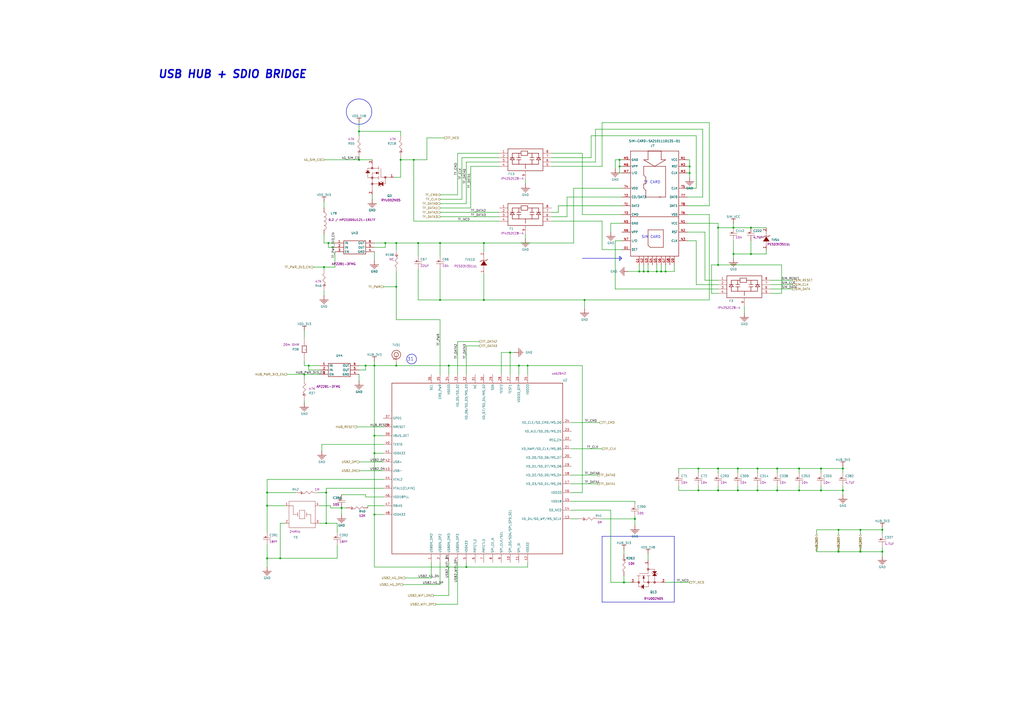
<source format=kicad_sch>
(kicad_sch (version 20231120) (generator "eeschema") (generator_version "8.0")
  (paper "A2")
  (title_block (title "Librem 5 Mainboard") (date "2024-03-21") (rev "v1.0.6") (company "Purism SPC") (comment 1 "GNU GPLv3+") (comment 2 "Copyright"))
  (junction (at 416.56 284.48))
  (junction (at 488.95 284.48))
  (junction (at 223.52 140.97))
  (junction (at 425.45 147.32))
  (junction (at 339.09 173.99))
  (junction (at 435.61 132.08))
  (junction (at 368.3 300.99))
  (junction (at 208.28 76.2))
  (junction (at 229.87 140.97))
  (junction (at 405.13 284.48))
  (junction (at 416.56 132.08))
  (junction (at 212.09 212.09))
  (junction (at 486.41 307.34))
  (junction (at 386.08 157.48))
  (junction (at 425.45 132.08))
  (junction (at 154.94 293.37))
  (junction (at 373.38 157.48))
  (junction (at 370.84 157.48))
  (junction (at 476.25 284.48))
  (junction (at 405.13 271.78))
  (junction (at 232.41 92.71))
  (junction (at 383.54 157.48))
  (junction (at 217.17 252.73))
  (junction (at 486.41 320.04))
  (junction (at 300.99 212.09))
  (junction (at 463.55 271.78))
  (junction (at 381 157.48))
  (junction (at 499.11 320.04))
  (junction (at 400.05 100.33))
  (junction (at 306.07 212.09))
  (junction (at 217.17 212.09))
  (junction (at 400.05 96.52))
  (junction (at 280.67 173.99))
  (junction (at 427.99 284.48))
  (junction (at 359.41 92.71))
  (junction (at 190.5 140.97))
  (junction (at 361.95 337.82))
  (junction (at 416.56 153.67))
  (junction (at 208.28 92.71))
  (junction (at 359.41 96.52))
  (junction (at 463.55 284.48))
  (junction (at 476.25 271.78))
  (junction (at 242.57 140.97))
  (junction (at 435.61 147.32))
  (junction (at 375.92 157.48))
  (junction (at 198.12 294.64))
  (junction (at 179.07 212.09))
  (junction (at 280.67 140.97))
  (junction (at 162.56 323.85))
  (junction (at 439.42 284.48))
  (junction (at 189.23 303.53))
  (junction (at 295.91 204.47))
  (junction (at 416.56 271.78))
  (junction (at 511.81 307.34))
  (junction (at 270.51 328.93))
  (junction (at 450.85 271.78))
  (junction (at 450.85 284.48))
  (junction (at 260.35 212.09))
  (junction (at 217.17 298.45))
  (junction (at 427.99 271.78))
  (junction (at 511.81 320.04))
  (junction (at 255.27 173.99))
  (junction (at 176.53 217.17))
  (junction (at 154.94 323.85))
  (junction (at 187.96 154.94))
  (junction (at 255.27 140.97))
  (junction (at 229.87 166.37))
  (junction (at 439.42 271.78))
  (junction (at 240.03 92.71))
  (junction (at 154.94 285.75))
  (junction (at 189.23 285.75))
  (junction (at 217.17 262.89))
  (junction (at 488.95 271.78))
  (junction (at 499.11 307.34))
  (junction (at 229.87 212.09))
  (wire (pts (xy 473.71 307.34) (xy 473.71 309.88)) (stroke (width 0.254)))
  (wire (pts (xy 398.78 129.54) (xy 416.56 129.54)) (stroke (width 0.254)))
  (wire (pts (xy 212.09 287.02) (xy 198.12 287.02)) (stroke (width 0.254)))
  (wire (pts (xy 154.94 323.85) (xy 162.56 323.85)) (stroke (width 0.254)))
  (wire (pts (xy 450.85 271.78) (xy 463.55 271.78)) (stroke (width 0.254)))
  (wire (pts (xy 255.27 113.03) (xy 265.43 113.03)) (stroke (width 0.254)))
  (wire (pts (xy 300.99 217.17) (xy 300.99 212.09)) (stroke (width 0.254)))
  (wire (pts (xy 289.56 123.19) (xy 255.27 123.19)) (stroke (width 0.254)))
  (wire (pts (xy 222.25 252.73) (xy 217.17 252.73)) (stroke (width 0.254)))
  (wire (pts (xy 232.41 91.44) (xy 232.41 92.71)) (stroke (width 0.254)))
  (wire (pts (xy 328.93 125.73) (xy 320.04 125.73)) (stroke (width 0.254)))
  (wire (pts (xy 425.45 147.32) (xy 425.45 139.7)) (stroke (width 0.254)))
  (wire (pts (xy 189.23 285.75) (xy 184.15 285.75)) (stroke (width 0.254)))
  (wire (pts (xy 463.55 271.78) (xy 476.25 271.78)) (stroke (width 0.254)))
  (wire (pts (xy 154.94 323.85) (xy 154.94 328.93)) (stroke (width 0.254)))
  (wire (pts (xy 194.31 154.94) (xy 187.96 154.94)) (stroke (width 0.254)))
  (wire (pts (xy 408.94 162.56) (xy 408.94 134.62)) (stroke (width 0.254)))
  (wire (pts (xy 400.05 96.52) (xy 400.05 100.33)) (stroke (width 0.254)))
  (wire (pts (xy 290.83 204.47) (xy 295.91 204.47)) (stroke (width 0.254)))
  (wire (pts (xy 222.25 262.89) (xy 217.17 262.89)) (stroke (width 0.254)))
  (wire (pts (xy 212.09 214.63) (xy 212.09 212.09)) (stroke (width 0.254)))
  (wire (pts (xy 260.35 212.09) (xy 229.87 212.09)) (stroke (width 0.254)))
  (wire (pts (xy 187.96 140.97) (xy 187.96 135.89)) (stroke (width 0.254)))
  (wire (pts (xy 162.56 323.85) (xy 162.56 303.53)) (stroke (width 0.254)))
  (wire (pts (xy 427.99 271.78) (xy 439.42 271.78)) (stroke (width 0.254)))
  (wire (pts (xy 185.42 303.53) (xy 189.23 303.53)) (stroke (width 0.254)))
  (wire (pts (xy 242.57 173.99) (xy 255.27 173.99)) (stroke (width 0.254)))
  (wire (pts (xy 265.43 88.9) (xy 289.56 88.9)) (stroke (width 0.254)))
  (wire (pts (xy 444.5 132.08) (xy 435.61 132.08)) (stroke (width 0.254)))
  (wire (pts (xy 476.25 271.78) (xy 488.95 271.78)) (stroke (width 0.254)))
  (polyline (pts (xy 337.82 149.86) (xy 360.68 149.86)) (stroke (width 0.254) (type solid)))
  (wire (pts (xy 453.39 153.67) (xy 416.56 153.67)) (stroke (width 0.254)))
  (wire (pts (xy 217.17 252.73) (xy 217.17 212.09)) (stroke (width 0.254)))
  (wire (pts (xy 229.87 140.97) (xy 223.52 140.97)) (stroke (width 0.254)))
  (wire (pts (xy 181.61 154.94) (xy 187.96 154.94)) (stroke (width 0.254)))
  (wire (pts (xy 179.07 212.09) (xy 176.53 212.09)) (stroke (width 0.254)))
  (wire (pts (xy 453.39 170.18) (xy 453.39 153.67)) (stroke (width 0.254)))
  (wire (pts (xy 393.7 274.32) (xy 393.7 271.78)) (stroke (width 0.254)))
  (wire (pts (xy 486.41 309.88) (xy 486.41 307.34)) (stroke (width 0.254)))
  (wire (pts (xy 270.51 200.66) (xy 278.13 200.66)) (stroke (width 0.254)))
  (wire (pts (xy 267.97 115.57) (xy 267.97 91.44)) (stroke (width 0.254)))
  (wire (pts (xy 247.65 92.71) (xy 247.65 80.01)) (stroke (width 0.254)))
  (wire (pts (xy 166.37 217.17) (xy 176.53 217.17)) (stroke (width 0.254)))
  (wire (pts (xy 476.25 281.94) (xy 476.25 284.48)) (stroke (width 0.254)))
  (wire (pts (xy 323.85 119.38) (xy 323.85 123.19)) (stroke (width 0.254)))
  (polyline (pts (xy 359.41 151.13) (xy 360.68 149.86)) (stroke (width 0.254) (type solid)))
  (wire (pts (xy 400.05 92.71) (xy 400.05 96.52)) (stroke (width 0.254)))
  (wire (pts (xy 383.54 157.48) (xy 386.08 157.48)) (stroke (width 0.254)))
  (wire (pts (xy 375.92 325.12) (xy 375.92 321.31)) (stroke (width 0.254)))
  (wire (pts (xy 217.17 262.89) (xy 217.17 252.73)) (stroke (width 0.254)))
  (wire (pts (xy 295.91 217.17) (xy 295.91 204.47)) (stroke (width 0.254)))
  (polyline (pts (xy 391.16 349.25) (xy 391.16 311.15)) (stroke (width 0.254) (type solid)))
  (wire (pts (xy 463.55 274.32) (xy 463.55 271.78)) (stroke (width 0.254)))
  (wire (pts (xy 370.84 153.67) (xy 370.84 157.48)) (stroke (width 0.254)))
  (wire (pts (xy 435.61 147.32) (xy 425.45 147.32)) (stroke (width 0.254)))
  (wire (pts (xy 255.27 173.99) (xy 280.67 173.99)) (stroke (width 0.254)))
  (wire (pts (xy 427.99 274.32) (xy 427.99 271.78)) (stroke (width 0.254)))
  (wire (pts (xy 412.75 170.18) (xy 416.56 170.18)) (stroke (width 0.254)))
  (wire (pts (xy 398.78 109.22) (xy 403.86 109.22)) (stroke (width 0.254)))
  (wire (pts (xy 345.44 93.98) (xy 320.04 93.98)) (stroke (width 0.254)))
  (wire (pts (xy 347.98 300.99) (xy 368.3 300.99)) (stroke (width 0.254)))
  (wire (pts (xy 222.25 247.65) (xy 207.01 247.65)) (stroke (width 0.254)))
  (wire (pts (xy 360.68 144.78) (xy 349.25 144.78)) (stroke (width 0.254)))
  (wire (pts (xy 354.33 129.54) (xy 354.33 134.62)) (stroke (width 0.254)))
  (wire (pts (xy 195.58 316.23) (xy 195.58 323.85)) (stroke (width 0.254)))
  (wire (pts (xy 416.56 153.67) (xy 416.56 132.08)) (stroke (width 0.254)))
  (wire (pts (xy 189.23 283.21) (xy 189.23 285.75)) (stroke (width 0.254)))
  (wire (pts (xy 331.47 285.75) (xy 337.82 285.75)) (stroke (width 0.254)))
  (wire (pts (xy 255.27 185.42) (xy 229.87 185.42)) (stroke (width 0.254)))
  (wire (pts (xy 185.42 293.37) (xy 191.77 293.37)) (stroke (width 0.254)))
  (wire (pts (xy 331.47 245.11) (xy 347.98 245.11)) (stroke (width 0.254)))
  (wire (pts (xy 511.81 320.04) (xy 511.81 317.5)) (stroke (width 0.254)))
  (wire (pts (xy 335.28 300.99) (xy 331.47 300.99)) (stroke (width 0.254)))
  (wire (pts (xy 332.74 109.22) (xy 332.74 140.97)) (stroke (width 0.254)))
  (wire (pts (xy 255.27 173.99) (xy 255.27 156.21)) (stroke (width 0.254)))
  (wire (pts (xy 328.93 114.3) (xy 328.93 125.73)) (stroke (width 0.254)))
  (wire (pts (xy 425.45 149.86) (xy 425.45 147.32)) (stroke (width 0.254)))
  (wire (pts (xy 368.3 299.72) (xy 368.3 300.99)) (stroke (width 0.254)))
  (polyline (pts (xy 360.68 149.86) (xy 359.41 148.59)) (stroke (width 0.254) (type solid)))
  (wire (pts (xy 398.78 124.46) (xy 411.48 124.46)) (stroke (width 0.254)))
  (wire (pts (xy 400.05 100.33) (xy 398.78 100.33)) (stroke (width 0.254)))
  (wire (pts (xy 222.25 257.81) (xy 186.69 257.81)) (stroke (width 0.254)))
  (wire (pts (xy 511.81 307.34) (xy 511.81 306.07)) (stroke (width 0.254)))
  (wire (pts (xy 154.94 316.23) (xy 154.94 323.85)) (stroke (width 0.254)))
  (wire (pts (xy 400.05 100.33) (xy 400.05 102.87)) (stroke (width 0.254)))
  (wire (pts (xy 194.31 146.05) (xy 194.31 154.94)) (stroke (width 0.254)))
  (wire (pts (xy 332.74 140.97) (xy 280.67 140.97)) (stroke (width 0.254)))
  (wire (pts (xy 381 157.48) (xy 383.54 157.48)) (stroke (width 0.254)))
  (wire (pts (xy 304.8 106.68) (xy 304.8 104.14)) (stroke (width 0.254)))
  (wire (pts (xy 295.91 204.47) (xy 298.45 204.47)) (stroke (width 0.254)))
  (wire (pts (xy 331.47 295.91) (xy 354.33 295.91)) (stroke (width 0.254)))
  (wire (pts (xy 359.41 100.33) (xy 360.68 100.33)) (stroke (width 0.254)))
  (wire (pts (xy 416.56 162.56) (xy 408.94 162.56)) (stroke (width 0.254)))
  (wire (pts (xy 198.12 294.64) (xy 200.66 294.64)) (stroke (width 0.254)))
  (wire (pts (xy 208.28 92.71) (xy 208.28 91.44)) (stroke (width 0.254)))
  (wire (pts (xy 306.07 328.93) (xy 270.51 328.93)) (stroke (width 0.254)))
  (wire (pts (xy 486.41 307.34) (xy 473.71 307.34)) (stroke (width 0.254)))
  (wire (pts (xy 488.95 284.48) (xy 488.95 281.94)) (stroke (width 0.254)))
  (wire (pts (xy 306.07 212.09) (xy 300.99 212.09)) (stroke (width 0.254)))
  (wire (pts (xy 232.41 92.71) (xy 232.41 102.87)) (stroke (width 0.254)))
  (wire (pts (xy 368.3 290.83) (xy 331.47 290.83)) (stroke (width 0.254)))
  (wire (pts (xy 306.07 217.17) (xy 306.07 212.09)) (stroke (width 0.254)))
  (wire (pts (xy 242.57 140.97) (xy 242.57 148.59)) (stroke (width 0.254)))
  (wire (pts (xy 444.5 147.32) (xy 444.5 144.78)) (stroke (width 0.254)))
  (wire (pts (xy 450.85 284.48) (xy 463.55 284.48)) (stroke (width 0.254)))
  (polyline (pts (xy 349.25 311.15) (xy 349.25 349.25)) (stroke (width 0.254) (type solid)))
  (wire (pts (xy 255.27 140.97) (xy 255.27 148.59)) (stroke (width 0.254)))
  (wire (pts (xy 447.04 162.56) (xy 459.74 162.56)) (stroke (width 0.254)))
  (wire (pts (xy 349.25 71.12) (xy 349.25 96.52)) (stroke (width 0.254)))
  (wire (pts (xy 360.68 114.3) (xy 328.93 114.3)) (stroke (width 0.254)))
  (wire (pts (xy 255.27 217.17) (xy 255.27 185.42)) (stroke (width 0.254)))
  (wire (pts (xy 359.41 92.71) (xy 359.41 96.52)) (stroke (width 0.254)))
  (wire (pts (xy 265.43 350.52) (xy 252.73 350.52)) (stroke (width 0.254)))
  (wire (pts (xy 463.55 281.94) (xy 463.55 284.48)) (stroke (width 0.254)))
  (wire (pts (xy 370.84 157.48) (xy 364.49 157.48)) (stroke (width 0.254)))
  (wire (pts (xy 405.13 284.48) (xy 405.13 281.94)) (stroke (width 0.254)))
  (wire (pts (xy 403.86 109.22) (xy 403.86 78.74)) (stroke (width 0.254)))
  (wire (pts (xy 473.71 320.04) (xy 486.41 320.04)) (stroke (width 0.254)))
  (wire (pts (xy 223.52 143.51) (xy 223.52 140.97)) (stroke (width 0.254)))
  (wire (pts (xy 229.87 144.78) (xy 229.87 140.97)) (stroke (width 0.254)))
  (wire (pts (xy 247.65 80.01) (xy 257.81 80.01)) (stroke (width 0.254)))
  (wire (pts (xy 349.25 144.78) (xy 349.25 128.27)) (stroke (width 0.254)))
  (wire (pts (xy 187.96 154.94) (xy 187.96 156.21)) (stroke (width 0.254)))
  (wire (pts (xy 337.82 124.46) (xy 337.82 88.9)) (stroke (width 0.254)))
  (wire (pts (xy 486.41 317.5) (xy 486.41 320.04)) (stroke (width 0.254)))
  (wire (pts (xy 240.03 128.27) (xy 240.03 92.71)) (stroke (width 0.254)))
  (wire (pts (xy 368.3 292.1) (xy 368.3 290.83)) (stroke (width 0.254)))
  (wire (pts (xy 232.41 78.74) (xy 232.41 76.2)) (stroke (width 0.254)))
  (wire (pts (xy 331.47 275.59) (xy 346.71 275.59)) (stroke (width 0.254)))
  (wire (pts (xy 267.97 91.44) (xy 289.56 91.44)) (stroke (width 0.254)))
  (wire (pts (xy 476.25 274.32) (xy 476.25 271.78)) (stroke (width 0.254)))
  (wire (pts (xy 222.25 267.97) (xy 208.28 267.97)) (stroke (width 0.254)))
  (wire (pts (xy 488.95 271.78) (xy 488.95 274.32)) (stroke (width 0.254)))
  (wire (pts (xy 191.77 293.37) (xy 191.77 294.64)) (stroke (width 0.254)))
  (wire (pts (xy 190.5 143.51) (xy 190.5 140.97)) (stroke (width 0.254)))
  (wire (pts (xy 229.87 157.48) (xy 229.87 166.37)) (stroke (width 0.254)))
  (wire (pts (xy 154.94 278.13) (xy 154.94 285.75)) (stroke (width 0.254)))
  (wire (pts (xy 375.92 153.67) (xy 375.92 157.48)) (stroke (width 0.254)))
  (wire (pts (xy 187.96 168.91) (xy 187.96 171.45)) (stroke (width 0.254)))
  (wire (pts (xy 208.28 78.74) (xy 208.28 76.2)) (stroke (width 0.254)))
  (wire (pts (xy 260.35 345.44) (xy 251.46 345.44)) (stroke (width 0.254)))
  (wire (pts (xy 337.82 212.09) (xy 306.07 212.09)) (stroke (width 0.254)))
  (polyline (pts (xy 349.25 349.25) (xy 391.16 349.25)) (stroke (width 0.254) (type solid)))
  (wire (pts (xy 447.04 165.1) (xy 459.74 165.1)) (stroke (width 0.254)))
  (wire (pts (xy 270.51 217.17) (xy 270.51 200.66)) (stroke (width 0.254)))
  (wire (pts (xy 240.03 92.71) (xy 247.65 92.71)) (stroke (width 0.254)))
  (wire (pts (xy 242.57 156.21) (xy 242.57 173.99)) (stroke (width 0.254)))
  (wire (pts (xy 217.17 212.09) (xy 217.17 209.55)) (stroke (width 0.254)))
  (wire (pts (xy 240.03 92.71) (xy 232.41 92.71)) (stroke (width 0.254)))
  (wire (pts (xy 337.82 88.9) (xy 320.04 88.9)) (stroke (width 0.254)))
  (wire (pts (xy 499.11 317.5) (xy 499.11 320.04)) (stroke (width 0.254)))
  (wire (pts (xy 208.28 214.63) (xy 212.09 214.63)) (stroke (width 0.254)))
  (wire (pts (xy 337.82 285.75) (xy 337.82 212.09)) (stroke (width 0.254)))
  (wire (pts (xy 304.8 135.89) (xy 304.8 138.43)) (stroke (width 0.254)))
  (wire (pts (xy 391.16 157.48) (xy 386.08 157.48)) (stroke (width 0.254)))
  (wire (pts (xy 260.35 217.17) (xy 260.35 212.09)) (stroke (width 0.254)))
  (wire (pts (xy 265.43 217.17) (xy 265.43 198.12)) (stroke (width 0.254)))
  (wire (pts (xy 407.67 114.3) (xy 407.67 74.93)) (stroke (width 0.254)))
  (wire (pts (xy 290.83 217.17) (xy 290.83 204.47)) (stroke (width 0.254)))
  (wire (pts (xy 222.25 273.05) (xy 208.28 273.05)) (stroke (width 0.254)))
  (wire (pts (xy 270.51 118.11) (xy 270.51 93.98)) (stroke (width 0.254)))
  (wire (pts (xy 289.56 96.52) (xy 273.05 96.52)) (stroke (width 0.254)))
  (wire (pts (xy 270.51 326.39) (xy 270.51 328.93)) (stroke (width 0.254)))
  (wire (pts (xy 450.85 281.94) (xy 450.85 284.48)) (stroke (width 0.254)))
  (wire (pts (xy 416.56 284.48) (xy 405.13 284.48)) (stroke (width 0.254)))
  (wire (pts (xy 185.42 212.09) (xy 179.07 212.09)) (stroke (width 0.254)))
  (wire (pts (xy 405.13 274.32) (xy 405.13 271.78)) (stroke (width 0.254)))
  (wire (pts (xy 431.8 177.8) (xy 431.8 181.61)) (stroke (width 0.254)))
  (wire (pts (xy 360.68 109.22) (xy 332.74 109.22)) (stroke (width 0.254)))
  (wire (pts (xy 255.27 339.09) (xy 233.68 339.09)) (stroke (width 0.254)))
  (wire (pts (xy 162.56 303.53) (xy 165.1 303.53)) (stroke (width 0.254)))
  (wire (pts (xy 360.68 129.54) (xy 354.33 129.54)) (stroke (width 0.254)))
  (wire (pts (xy 222.25 293.37) (xy 213.36 293.37)) (stroke (width 0.254)))
  (wire (pts (xy 403.86 139.7) (xy 398.78 139.7)) (stroke (width 0.254)))
  (wire (pts (xy 393.7 271.78) (xy 405.13 271.78)) (stroke (width 0.254)))
  (wire (pts (xy 499.11 309.88) (xy 499.11 307.34)) (stroke (width 0.254)))
  (wire (pts (xy 416.56 281.94) (xy 416.56 284.48)) (stroke (width 0.254)))
  (wire (pts (xy 217.17 328.93) (xy 217.17 298.45)) (stroke (width 0.254)))
  (wire (pts (xy 354.33 295.91) (xy 354.33 337.82)) (stroke (width 0.254)))
  (wire (pts (xy 447.04 170.18) (xy 453.39 170.18)) (stroke (width 0.254)))
  (wire (pts (xy 398.78 119.38) (xy 411.48 119.38)) (stroke (width 0.254)))
  (wire (pts (xy 195.58 303.53) (xy 195.58 308.61)) (stroke (width 0.254)))
  (wire (pts (xy 223.52 140.97) (xy 217.17 140.97)) (stroke (width 0.254)))
  (wire (pts (xy 359.41 96.52) (xy 359.41 100.33)) (stroke (width 0.254)))
  (wire (pts (xy 265.43 198.12) (xy 278.13 198.12)) (stroke (width 0.254)))
  (wire (pts (xy 435.61 147.32) (xy 444.5 147.32)) (stroke (width 0.254)))
  (wire (pts (xy 212.09 288.29) (xy 212.09 287.02)) (stroke (width 0.254)))
  (wire (pts (xy 250.19 326.39) (xy 250.19 335.28)) (stroke (width 0.254)))
  (wire (pts (xy 191.77 294.64) (xy 198.12 294.64)) (stroke (width 0.254)))
  (wire (pts (xy 361.95 334.01) (xy 361.95 337.82)) (stroke (width 0.254)))
  (wire (pts (xy 381 157.48) (xy 381 153.67)) (stroke (width 0.254)))
  (wire (pts (xy 280.67 173.99) (xy 339.09 173.99)) (stroke (width 0.254)))
  (wire (pts (xy 176.53 232.41) (xy 176.53 233.68)) (stroke (width 0.254)))
  (wire (pts (xy 186.69 257.81) (xy 186.69 261.62)) (stroke (width 0.254)))
  (wire (pts (xy 393.7 281.94) (xy 393.7 284.48)) (stroke (width 0.254)))
  (wire (pts (xy 349.25 128.27) (xy 320.04 128.27)) (stroke (width 0.254)))
  (wire (pts (xy 391.16 153.67) (xy 391.16 157.48)) (stroke (width 0.254)))
  (wire (pts (xy 306.07 326.39) (xy 306.07 328.93)) (stroke (width 0.254)))
  (wire (pts (xy 360.68 119.38) (xy 323.85 119.38)) (stroke (width 0.254)))
  (wire (pts (xy 473.71 317.5) (xy 473.71 320.04)) (stroke (width 0.254)))
  (wire (pts (xy 198.12 298.45) (xy 198.12 294.64)) (stroke (width 0.254)))
  (wire (pts (xy 232.41 102.87) (xy 228.6 102.87)) (stroke (width 0.254)))
  (wire (pts (xy 386.08 153.67) (xy 386.08 157.48)) (stroke (width 0.254)))
  (wire (pts (xy 373.38 153.67) (xy 373.38 157.48)) (stroke (width 0.254)))
  (wire (pts (xy 229.87 185.42) (xy 229.87 166.37)) (stroke (width 0.254)))
  (polyline (pts (xy 391.16 311.15) (xy 349.25 311.15)) (stroke (width 0.254) (type solid)))
  (wire (pts (xy 342.9 78.74) (xy 342.9 91.44)) (stroke (width 0.254)))
  (wire (pts (xy 486.41 307.34) (xy 499.11 307.34)) (stroke (width 0.254)))
  (wire (pts (xy 195.58 323.85) (xy 162.56 323.85)) (stroke (width 0.254)))
  (wire (pts (xy 342.9 91.44) (xy 320.04 91.44)) (stroke (width 0.254)))
  (wire (pts (xy 289.56 125.73) (xy 255.27 125.73)) (stroke (width 0.254)))
  (wire (pts (xy 450.85 274.32) (xy 450.85 271.78)) (stroke (width 0.254)))
  (wire (pts (xy 154.94 285.75) (xy 154.94 293.37)) (stroke (width 0.254)))
  (wire (pts (xy 403.86 78.74) (xy 342.9 78.74)) (stroke (width 0.254)))
  (wire (pts (xy 360.68 124.46) (xy 337.82 124.46)) (stroke (width 0.254)))
  (wire (pts (xy 260.35 326.39) (xy 260.35 345.44)) (stroke (width 0.254)))
  (wire (pts (xy 270.51 93.98) (xy 289.56 93.98)) (stroke (width 0.254)))
  (wire (pts (xy 408.94 134.62) (xy 398.78 134.62)) (stroke (width 0.254)))
  (wire (pts (xy 488.95 271.78) (xy 488.95 270.51)) (stroke (width 0.254)))
  (wire (pts (xy 411.48 71.12) (xy 349.25 71.12)) (stroke (width 0.254)))
  (wire (pts (xy 511.81 307.34) (xy 511.81 309.88)) (stroke (width 0.254)))
  (wire (pts (xy 208.28 212.09) (xy 212.09 212.09)) (stroke (width 0.254)))
  (wire (pts (xy 339.09 173.99) (xy 339.09 179.07)) (stroke (width 0.254)))
  (wire (pts (xy 189.23 285.75) (xy 189.23 303.53)) (stroke (width 0.254)))
  (wire (pts (xy 416.56 284.48) (xy 427.99 284.48)) (stroke (width 0.254)))
  (wire (pts (xy 425.45 132.08) (xy 425.45 129.54)) (stroke (width 0.254)))
  (wire (pts (xy 190.5 140.97) (xy 194.31 140.97)) (stroke (width 0.254)))
  (wire (pts (xy 476.25 284.48) (xy 488.95 284.48)) (stroke (width 0.254)))
  (wire (pts (xy 416.56 167.64) (xy 356.87 167.64)) (stroke (width 0.254)))
  (wire (pts (xy 217.17 298.45) (xy 217.17 262.89)) (stroke (width 0.254)))
  (wire (pts (xy 179.07 214.63) (xy 179.07 212.09)) (stroke (width 0.254)))
  (wire (pts (xy 381 157.48) (xy 375.92 157.48)) (stroke (width 0.254)))
  (wire (pts (xy 398.78 114.3) (xy 407.67 114.3)) (stroke (width 0.254)))
  (wire (pts (xy 345.44 74.93) (xy 345.44 93.98)) (stroke (width 0.254)))
  (wire (pts (xy 411.48 124.46) (xy 411.48 173.99)) (stroke (width 0.254)))
  (wire (pts (xy 212.09 212.09) (xy 217.17 212.09)) (stroke (width 0.254)))
  (wire (pts (xy 439.42 284.48) (xy 450.85 284.48)) (stroke (width 0.254)))
  (wire (pts (xy 300.99 212.09) (xy 260.35 212.09)) (stroke (width 0.254)))
  (wire (pts (xy 383.54 153.67) (xy 383.54 157.48)) (stroke (width 0.254)))
  (wire (pts (xy 229.87 210.82) (xy 229.87 212.09)) (stroke (width 0.254)))
  (wire (pts (xy 499.11 320.04) (xy 511.81 320.04)) (stroke (width 0.254)))
  (wire (pts (xy 208.28 76.2) (xy 208.28 71.12)) (stroke (width 0.254)))
  (wire (pts (xy 189.23 303.53) (xy 195.58 303.53)) (stroke (width 0.254)))
  (wire (pts (xy 255.27 326.39) (xy 255.27 339.09)) (stroke (width 0.254)))
  (wire (pts (xy 255.27 118.11) (xy 270.51 118.11)) (stroke (width 0.254)))
  (wire (pts (xy 373.38 157.48) (xy 375.92 157.48)) (stroke (width 0.254)))
  (wire (pts (xy 255.27 140.97) (xy 280.67 140.97)) (stroke (width 0.254)))
  (wire (pts (xy 403.86 165.1) (xy 403.86 139.7)) (stroke (width 0.254)))
  (wire (pts (xy 154.94 293.37) (xy 154.94 308.61)) (stroke (width 0.254)))
  (wire (pts (xy 176.53 212.09) (xy 176.53 209.55)) (stroke (width 0.254)))
  (wire (pts (xy 411.48 119.38) (xy 411.48 71.12)) (stroke (width 0.254)))
  (wire (pts (xy 486.41 320.04) (xy 499.11 320.04)) (stroke (width 0.254)))
  (wire (pts (xy 439.42 274.32) (xy 439.42 271.78)) (stroke (width 0.254)))
  (wire (pts (xy 194.31 143.51) (xy 190.5 143.51)) (stroke (width 0.254)))
  (wire (pts (xy 349.25 96.52) (xy 320.04 96.52)) (stroke (width 0.254)))
  (wire (pts (xy 416.56 274.32) (xy 416.56 271.78)) (stroke (width 0.254)))
  (wire (pts (xy 398.78 92.71) (xy 400.05 92.71)) (stroke (width 0.254)))
  (wire (pts (xy 416.56 129.54) (xy 416.56 132.08)) (stroke (width 0.254)))
  (wire (pts (xy 411.48 173.99) (xy 339.09 173.99)) (stroke (width 0.254)))
  (wire (pts (xy 176.53 195.58) (xy 176.53 191.77)) (stroke (width 0.254)))
  (wire (pts (xy 273.05 96.52) (xy 273.05 120.65)) (stroke (width 0.254)))
  (wire (pts (xy 405.13 271.78) (xy 416.56 271.78)) (stroke (width 0.254)))
  (wire (pts (xy 361.95 337.82) (xy 365.76 337.82)) (stroke (width 0.254)))
  (wire (pts (xy 416.56 153.67) (xy 412.75 153.67)) (stroke (width 0.254)))
  (wire (pts (xy 416.56 271.78) (xy 427.99 271.78)) (stroke (width 0.254)))
  (wire (pts (xy 270.51 328.93) (xy 217.17 328.93)) (stroke (width 0.254)))
  (wire (pts (xy 463.55 284.48) (xy 476.25 284.48)) (stroke (width 0.254)))
  (wire (pts (xy 331.47 260.35) (xy 349.25 260.35)) (stroke (width 0.254)))
  (wire (pts (xy 356.87 139.7) (xy 360.68 139.7)) (stroke (width 0.254)))
  (wire (pts (xy 407.67 74.93) (xy 345.44 74.93)) (stroke (width 0.254)))
  (wire (pts (xy 360.68 92.71) (xy 359.41 92.71)) (stroke (width 0.254)))
  (wire (pts (xy 361.95 321.31) (xy 361.95 318.77)) (stroke (width 0.254)))
  (wire (pts (xy 255.27 115.57) (xy 267.97 115.57)) (stroke (width 0.254)))
  (wire (pts (xy 435.61 132.08) (xy 425.45 132.08)) (stroke (width 0.254)))
  (wire (pts (xy 393.7 284.48) (xy 405.13 284.48)) (stroke (width 0.254)))
  (wire (pts (xy 208.28 217.17) (xy 208.28 220.98)) (stroke (width 0.254)))
  (wire (pts (xy 250.19 335.28) (xy 234.95 335.28)) (stroke (width 0.254)))
  (wire (pts (xy 217.17 143.51) (xy 223.52 143.51)) (stroke (width 0.254)))
  (wire (pts (xy 439.42 281.94) (xy 439.42 284.48)) (stroke (width 0.254)))
  (wire (pts (xy 368.3 300.99) (xy 368.3 304.8)) (stroke (width 0.254)))
  (wire (pts (xy 229.87 140.97) (xy 242.57 140.97)) (stroke (width 0.254)))
  (wire (pts (xy 273.05 120.65) (xy 255.27 120.65)) (stroke (width 0.254)))
  (wire (pts (xy 488.95 284.48) (xy 488.95 287.02)) (stroke (width 0.254)))
  (wire (pts (xy 185.42 214.63) (xy 179.07 214.63)) (stroke (width 0.254)))
  (wire (pts (xy 232.41 76.2) (xy 208.28 76.2)) (stroke (width 0.254)))
  (wire (pts (xy 222.25 283.21) (xy 189.23 283.21)) (stroke (width 0.254)))
  (wire (pts (xy 215.9 92.71) (xy 208.28 92.71)) (stroke (width 0.254)))
  (wire (pts (xy 229.87 212.09) (xy 217.17 212.09)) (stroke (width 0.254)))
  (wire (pts (xy 215.9 113.03) (xy 215.9 115.57)) (stroke (width 0.254)))
  (wire (pts (xy 217.17 146.05) (xy 217.17 151.13)) (stroke (width 0.254)))
  (wire (pts (xy 165.1 293.37) (xy 154.94 293.37)) (stroke (width 0.254)))
  (wire (pts (xy 255.27 140.97) (xy 242.57 140.97)) (stroke (width 0.254)))
  (wire (pts (xy 213.36 293.37) (xy 213.36 294.64)) (stroke (width 0.254)))
  (wire (pts (xy 435.61 139.7) (xy 435.61 147.32)) (stroke (width 0.254)))
  (wire (pts (xy 412.75 153.67) (xy 412.75 170.18)) (stroke (width 0.254)))
  (wire (pts (xy 187.96 116.84) (xy 187.96 120.65)) (stroke (width 0.254)))
  (wire (pts (xy 416.56 165.1) (xy 403.86 165.1)) (stroke (width 0.254)))
  (wire (pts (xy 280.67 146.05) (xy 280.67 140.97)) (stroke (width 0.254)))
  (wire (pts (xy 190.5 140.97) (xy 187.96 140.97)) (stroke (width 0.254)))
  (wire (pts (xy 280.67 173.99) (xy 280.67 158.75)) (stroke (width 0.254)))
  (wire (pts (xy 427.99 281.94) (xy 427.99 284.48)) (stroke (width 0.254)))
  (wire (pts (xy 359.41 92.71) (xy 356.87 92.71)) (stroke (width 0.254)))
  (wire (pts (xy 222.25 298.45) (xy 217.17 298.45)) (stroke (width 0.254)))
  (wire (pts (xy 416.56 132.08) (xy 425.45 132.08)) (stroke (width 0.254)))
  (wire (pts (xy 222.25 278.13) (xy 154.94 278.13)) (stroke (width 0.254)))
  (polyline (pts (xy 359.41 148.59) (xy 359.41 151.13)) (stroke (width 0.254) (type solid)))
  (wire (pts (xy 359.41 96.52) (xy 360.68 96.52)) (stroke (width 0.254)))
  (wire (pts (xy 229.87 166.37) (xy 222.25 166.37)) (stroke (width 0.254)))
  (wire (pts (xy 171.45 285.75) (xy 154.94 285.75)) (stroke (width 0.254)))
  (wire (pts (xy 447.04 167.64) (xy 459.74 167.64)) (stroke (width 0.254)))
  (wire (pts (xy 185.42 217.17) (xy 176.53 217.17)) (stroke (width 0.254)))
  (wire (pts (xy 499.11 307.34) (xy 511.81 307.34)) (stroke (width 0.254)))
  (wire (pts (xy 331.47 280.67) (xy 346.71 280.67)) (stroke (width 0.254)))
  (wire (pts (xy 370.84 157.48) (xy 373.38 157.48)) (stroke (width 0.254)))
  (wire (pts (xy 427.99 284.48) (xy 439.42 284.48)) (stroke (width 0.254)))
  (wire (pts (xy 511.81 320.04) (xy 511.81 322.58)) (stroke (width 0.254)))
  (wire (pts (xy 222.25 288.29) (xy 212.09 288.29)) (stroke (width 0.254)))
  (wire (pts (xy 323.85 123.19) (xy 320.04 123.19)) (stroke (width 0.254)))
  (wire (pts (xy 400.05 337.82) (xy 386.08 337.82)) (stroke (width 0.254)))
  (wire (pts (xy 356.87 92.71) (xy 356.87 97.79)) (stroke (width 0.254)))
  (wire (pts (xy 398.78 96.52) (xy 400.05 96.52)) (stroke (width 0.254)))
  (wire (pts (xy 208.28 92.71) (xy 187.96 92.71)) (stroke (width 0.254)))
  (wire (pts (xy 176.53 217.17) (xy 176.53 219.71)) (stroke (width 0.254)))
  (wire (pts (xy 265.43 326.39) (xy 265.43 350.52)) (stroke (width 0.254)))
  (wire (pts (xy 439.42 271.78) (xy 450.85 271.78)) (stroke (width 0.254)))
  (wire (pts (xy 354.33 337.82) (xy 361.95 337.82)) (stroke (width 0.254)))
  (wire (pts (xy 289.56 128.27) (xy 240.03 128.27)) (stroke (width 0.254)))
  (wire (pts (xy 265.43 113.03) (xy 265.43 88.9)) (stroke (width 0.254)))
  (wire (pts (xy 356.87 167.64) (xy 356.87 139.7)) (stroke (width 0.254)))
  (circle (center 208.28 64.77) (radius 7.391) (stroke (width 0.254)))
  (circle (center 238.76 208.28) (radius 2.845) (stroke (width 0.254)))
  (text "TF CARD" (at 373.38 106.68 0) (effects (font (size 1.524 1.524)) (justify left bottom)))
  (text "31" (at 236.22 209.55 0) (effects (font (size 1.905 1.905)) (justify left bottom)))
  (text "USB HUB + SDIO BRIDGE" (at 91.44 45.72 0) (effects (font (size 4.445 4.445) (bold yes) (italic yes)) (justify left bottom)))
  (text "SIM CARD" (at 372.11 138.43 0) (effects (font (size 1.524 1.524)) (justify left bottom)))
  (label "USB2_DP" (at 214.63 267.97 0))
  (label "USB2_DN" (at 214.63 273.05 0))
  (label "TF_DATA0" (at 270.51 106.68 90))
  (label "USB2_4G_DN" (at 242.57 335.28 0))
  (label "TF_DATA1" (at 339.09 280.67 0))
  (label "TF_DATA3" (at 270.51 208.28 90))
  (label "USB2_WIFI_DN" (at 260.35 335.28 90))
  (label "SIM_CLK" (at 453.39 165.1 0))
  (label "TF_DATA3" (at 273.05 125.73 0))
  (label "TF_DATA0" (at 339.09 275.59 0))
  (label "USB2_4G_DP" (at 245.11 339.09 0))
  (label "SIM_RESET" (at 453.39 162.56 0))
  (label "TF_CLK" (at 267.97 104.14 90))
  (label "SIM_DATA" (at 453.39 167.64 0))
  (label "TF_CMD" (at 265.43 101.6 90))
  (label "USB2_WIFI_DP" (at 265.43 337.82 90))
  (label "TF_PWR_3V3_EN" (at 194.31 149.86 90))
  (label "TF_NCD" (at 392.43 337.82 0))
  (label "TF_DATA2" (at 265.43 208.28 90))
  (label "HUB_RESET" (at 214.63 247.65 0))
  (label "TF_CLK" (at 340.36 260.35 0))
  (label "TF_CMD" (at 339.09 245.11 0))
  (label "4G_SIM_CD" (at 198.12 92.71 0))
  (label "TF_NCD" (at 265.43 128.27 0))
  (label "TF_DATA2" (at 273.05 123.19 0))
  (label "TF_PWR" (at 255.27 200.66 90))
  (label "TF_DATA1" (at 273.05 109.22 90))
  (label "HUB_PWR_3V3_EN" (at 171.45 217.17 0))
  (hierarchical_label "HUB_PWR_3V3_EN" (shape passive) (at 166.37 217.17 180))
  (hierarchical_label "SIM_RESET" (shape passive) (at 459.74 162.56 0))
  (hierarchical_label "TF_DATA1" (shape passive) (at 346.71 280.67 0))
  (hierarchical_label "USB2_4G_DP" (shape passive) (at 233.68 339.09 180))
  (hierarchical_label "USB2_DN" (shape passive) (at 208.28 273.05 180))
  (hierarchical_label "USB2_WIFI_DP" (shape passive) (at 252.73 350.52 180))
  (hierarchical_label "USB2_WIFI_DN" (shape passive) (at 251.46 345.44 180))
  (hierarchical_label "TF_DATA3" (shape passive) (at 278.13 200.66 0))
  (hierarchical_label "SIM_DATA" (shape passive) (at 459.74 167.64 0))
  (hierarchical_label "TF_DATA0" (shape passive) (at 346.71 275.59 0))
  (hierarchical_label "GND" (shape bidirectional) (at 486.41 317.5 90))
  (hierarchical_label "4G_SIM_CD" (shape passive) (at 187.96 92.71 180))
  (hierarchical_label "TF_NCD" (shape passive) (at 257.81 80.01 0))
  (hierarchical_label "TF_NCD" (shape passive) (at 400.05 337.82 0))
  (hierarchical_label "USB2_4G_DN" (shape passive) (at 234.95 335.28 180))
  (hierarchical_label "TF_DATA2" (shape passive) (at 255.27 123.19 180))
  (hierarchical_label "HUB_3V3" (shape bidirectional) (at 486.41 309.88 270))
  (hierarchical_label "HUB_RESET" (shape passive) (at 207.01 247.65 180))
  (hierarchical_label "GND" (shape bidirectional) (at 473.71 317.5 90))
  (hierarchical_label "TF_CLK" (shape output) (at 255.27 115.57 180))
  (hierarchical_label "TF_PWR_3V3_EN" (shape passive) (at 181.61 154.94 180))
  (hierarchical_label "TF_DATA1" (shape passive) (at 255.27 120.65 180))
  (hierarchical_label "SIM_CLK" (shape passive) (at 459.74 165.1 0))
  (hierarchical_label "TF_DATA2" (shape passive) (at 278.13 198.12 0))
  (hierarchical_label "TF_DATA3" (shape passive) (at 255.27 125.73 180))
  (hierarchical_label "HUB_3V3" (shape bidirectional) (at 473.71 309.88 270))
  (hierarchical_label "USB2_DP" (shape passive) (at 208.28 267.97 180))
  (hierarchical_label "HUB_3V3" (shape bidirectional) (at 499.11 309.88 270))
  (hierarchical_label "TF_CLK" (shape passive) (at 349.25 260.35 0))
  (hierarchical_label "GND" (shape bidirectional) (at 499.11 317.5 90))
  (hierarchical_label "TF_CMD" (shape output) (at 255.27 113.03 180))
  (hierarchical_label "TF_CMD" (shape passive) (at 347.98 245.11 0))
  (hierarchical_label "TF_PWR" (shape passive) (at 222.25 166.37 180))
  (hierarchical_label "TF_DATA0" (shape passive) (at 255.27 118.11 180))
  (symbol (lib_id "C-20_USB_HUB_SD:VDD_1V8") (at 375.92 321.31 180) (unit 1)
    (property "Reference" "#PWR?" (effects (hide yes)))
    (property "Value" "VDD_1V8" (at 375.92 317.5 0))
  )
  (symbol (lib_id "C-20_USB_HUB_SD:root_0_BEAD-0402") (at 185.42 133.35 0) (unit 1)
    (property "Reference" "L79" (at 191.77 124.46 0) (effects (justify left bottom)))
    (property "Value" "BEAD-0402" (effects (hide yes)))
    (property "Footprint" "IND-0402" (effects (hide yes)))
    (property "PCB DECAL" "IND-0402" (effects (hide yes)))
    (property "DESCRIPTION" "Resistor Chip 0402 0.2 Ohm 1/16W 1% RALEC" (effects (hide yes)))
    (property "VALUE" "0.2 / HPZ1005U121-1R1TF" (at 190.5 128.27 0) (effects (justify left bottom)))
    (property "GEOMETRY.HEIGHT" "0.5MM" (effects (hide yes)))
    (property "PCB FOOTPRINT" "402" (effects (hide yes)))
  )
  (symbol (lib_id "C-20_USB_HUB_SD:GND") (at 208.28 220.98 0) (unit 1)
    (property "Reference" "#PWR?" (effects (hide yes)))
    (property "Value" "GND" (at 208.28 227.33 0))
  )
  (symbol (lib_id "C-20_USB_HUB_SD:GND") (at 176.53 233.68 0) (unit 1)
    (property "Reference" "#PWR?" (effects (hide yes)))
    (property "Value" "GND" (at 176.53 240.03 0))
  )
  (symbol (lib_id "C-20_USB_HUB_SD:root_1_CURRENT_R") (at 177.8 204.47 0) (unit 1)
    (property "Reference" "R38" (at 171.45 201.93 0) (effects (justify top)))
    (property "Value" "CURRENT_R" (effects (hide yes)))
    (property "Footprint" "3D-R0603" (effects (hide yes)))
    (property "PCB DECAL" "3D-R0603" (effects (hide yes)))
    (property "GEOMETRY.HEIGHT" "0.5MM" (effects (hide yes)))
    (property "VALUE" "20m OHM" (at 168.91 200.66 0) (effects (justify bottom)))
    (property "DESCRIPTION" "Resistor Chip 0603 20m Ohm 1/10W 1% RALEC" (effects (hide yes)))
    (property "PCB FOOTPRINT" "603" (effects (hide yes)))
  )
  (symbol (lib_id "C-20_USB_HUB_SD:root_0_C0201") (at 436.88 279.4 0) (unit 1)
    (property "Reference" "C314" (at 440.69 276.86 0) (effects (justify left bottom)))
    (property "Value" "C0201" (effects (hide yes)))
    (property "Footprint" "CAP-0201" (effects (hide yes)))
    (property "VOLTAGE" "6.3V" (effects (hide yes)))
    (property "DESCRIPTION" "CAP CER 0.1uF 6V3 20% X5R 0201" (effects (hide yes)))
    (property "PCB DECAL" "CAP-0201" (effects (hide yes)))
    (property "VALUE" "104" (at 440.69 280.67 0) (effects (justify left bottom)))
    (property "GEOMETRY.HEIGHT" "0.3MM" (effects (hide yes)))
    (property "PCB FOOTPRINT" "201" (effects (hide yes)))
  )
  (symbol (lib_id "C-20_USB_HUB_SD:root_0_C0402") (at 509.27 314.96 0) (unit 1)
    (property "Reference" "C337" (at 513.08 312.42 0) (effects (justify left bottom)))
    (property "Value" "C0402" (effects (hide yes)))
    (property "Footprint" "CAP-0402" (effects (hide yes)))
    (property "PCB DECAL" "CAP-0402" (effects (hide yes)))
    (property "DESCRIPTION" "CAP CER 4.7uF 6V3 20% X5R 0402" (effects (hide yes)))
    (property "VOLTAGE" "6.3V" (effects (hide yes)))
    (property "VALUE" "4.7UF" (at 513.08 316.23 0) (effects (justify left bottom)))
    (property "GEOMETRY.HEIGHT" "0.5MM" (effects (hide yes)))
    (property "PCB FOOTPRINT" "402" (effects (hide yes)))
  )
  (symbol (lib_id "C-20_USB_HUB_SD:root_0_C0402") (at 486.41 279.4 0) (unit 1)
    (property "Reference" "C382" (at 490.22 276.86 0) (effects (justify left bottom)))
    (property "Value" "C0402" (effects (hide yes)))
    (property "Footprint" "CAP-0402" (effects (hide yes)))
    (property "PCB DECAL" "CAP-0402" (effects (hide yes)))
    (property "DESCRIPTION" "CAP CER 4.7uF 6V3 20% X5R 0402" (effects (hide yes)))
    (property "VOLTAGE" "6.3V" (effects (hide yes)))
    (property "VALUE" "4.7UF" (at 490.22 280.67 0) (effects (justify left bottom)))
    (property "GEOMETRY.HEIGHT" "0.5MM" (effects (hide yes)))
    (property "PCB FOOTPRINT" "402" (effects (hide yes)))
  )
  (symbol (lib_id "C-20_USB_HUB_SD:GND") (at 368.3 304.8 0) (unit 1)
    (property "Reference" "#PWR?" (effects (hide yes)))
    (property "Value" "GND" (at 368.3 311.15 0))
  )
  (symbol (lib_id "C-20_USB_HUB_SD:GND") (at 304.8 106.68 0) (unit 1)
    (property "Reference" "#PWR?" (effects (hide yes)))
    (property "Value" "GND" (at 304.8 113.03 0))
  )
  (symbol (lib_id "C-20_USB_HUB_SD:root_2_SIM-CARD-SA2101110135-01") (at 393.7 87.63 0) (unit 1)
    (property "Reference" "J7" (at 379.73 83.82 0) (effects (justify right top)))
    (property "Value" "SIM-CARD-SA2101110135-01" (at 379.73 82.55 0) (effects (justify bottom)))
  )
  (symbol (lib_id "C-20_USB_HUB_SD:HUB_3V3") (at 488.95 270.51 180) (unit 1)
    (property "Reference" "#PWR?" (effects (hide yes)))
    (property "Value" "HUB_3V3" (at 488.95 266.7 0))
  )
  (symbol (lib_id "C-20_USB_HUB_SD:root_0_C0201") (at 461.01 279.4 0) (unit 1)
    (property "Reference" "C353" (at 464.82 276.86 0) (effects (justify left bottom)))
    (property "Value" "C0201" (effects (hide yes)))
    (property "Footprint" "CAP-0201" (effects (hide yes)))
    (property "VOLTAGE" "6.3V" (effects (hide yes)))
    (property "DESCRIPTION" "CAP CER 0.1uF 6V3 20% X5R 0201" (effects (hide yes)))
    (property "PCB DECAL" "CAP-0201" (effects (hide yes)))
    (property "VALUE" "104" (at 464.82 280.67 0) (effects (justify left bottom)))
    (property "GEOMETRY.HEIGHT" "0.3MM" (effects (hide yes)))
    (property "PCB FOOTPRINT" "201" (effects (hide yes)))
  )
  (symbol (lib_id "C-20_USB_HUB_SD:GND") (at 187.96 171.45 0) (unit 1)
    (property "Reference" "#PWR?" (effects (hide yes)))
    (property "Value" "GND" (at 187.96 177.8 0))
  )
  (symbol (lib_id "C-20_USB_HUB_SD:root_2_RES_2") (at 210.82 81.28 0) (unit 1)
    (property "Reference" "R55" (at 205.74 82.55 0) (effects (justify right top)))
    (property "Value" "RES_2" (effects (hide yes)))
    (property "Footprint" "RES-0201" (effects (hide yes)))
    (property "DESCRIPTION" "Resistor Chip 0201 47K Ohm 1/16W 1% RALEC" (effects (hide yes)))
    (property "PCB DECAL" "RES-0201" (effects (hide yes)))
    (property "VALUE" "47K" (at 205.74 80.01 0) (effects (justify right top)))
    (property "GEOMETRY.HEIGHT" "0.3MM" (effects (hide yes)))
    (property "PCB FOOTPRINT" "201" (effects (hide yes)))
  )
  (symbol (lib_id "C-20_USB_HUB_SD:GND") (at 511.81 322.58 0) (unit 1)
    (property "Reference" "#PWR?" (effects (hide yes)))
    (property "Value" "GND" (at 511.81 328.93 0))
  )
  (symbol (lib_id "C-20_USB_HUB_SD:root_0_C0402") (at 433.07 137.16 0) (unit 1)
    (property "Reference" "C222" (at 436.88 134.62 0) (effects (justify left bottom)))
    (property "Value" "C0402" (effects (hide yes)))
    (property "Footprint" "CAP-0402" (effects (hide yes)))
    (property "PCB DECAL" "CAP-0402" (effects (hide yes)))
    (property "DESCRIPTION" "CAP CER 4.7uF 6V3 20% X5R 0402" (effects (hide yes)))
    (property "VOLTAGE" "6.3V" (effects (hide yes)))
    (property "VALUE" "4.7UF" (at 436.88 138.43 0) (effects (justify left bottom)))
    (property "GEOMETRY.HEIGHT" "0.5MM" (effects (hide yes)))
    (property "PCB FOOTPRINT" "402" (effects (hide yes)))
  )
  (symbol (lib_id "C-20_USB_HUB_SD:root_0_C0201") (at 414.02 279.4 0) (unit 1)
    (property "Reference" "C293" (at 417.83 276.86 0) (effects (justify left bottom)))
    (property "Value" "C0201" (effects (hide yes)))
    (property "Footprint" "CAP-0201" (effects (hide yes)))
    (property "VOLTAGE" "6.3V" (effects (hide yes)))
    (property "DESCRIPTION" "CAP CER 0.1uF 6V3 20% X5R 0201" (effects (hide yes)))
    (property "PCB DECAL" "CAP-0201" (effects (hide yes)))
    (property "VALUE" "104" (at 417.83 280.67 0) (effects (justify left bottom)))
    (property "GEOMETRY.HEIGHT" "0.3MM" (effects (hide yes)))
    (property "PCB FOOTPRINT" "201" (effects (hide yes)))
  )
  (symbol (lib_id "C-20_USB_HUB_SD:GND") (at 298.45 204.47 90) (unit 1)
    (property "Reference" "#PWR?" (effects (hide yes)))
    (property "Value" "GND" (at 304.8 204.47 90) (effects (justify right)))
  )
  (symbol (lib_id "C-20_USB_HUB_SD:VDD_3V3") (at 187.96 116.84 180) (unit 1)
    (property "Reference" "#PWR?" (effects (hide yes)))
    (property "Value" "VDD_3V3" (at 187.96 113.03 0))
  )
  (symbol (lib_id "C-20_USB_HUB_SD:root_0_AP2281") (at 190.5 218.44 0) (unit 1)
    (property "Reference" "U44" (at 196.85 207.01 0) (effects (justify bottom)))
    (property "Value" "AP2281" (effects (hide yes)))
    (property "Footprint" "U-DFN2018-6" (effects (hide yes)))
    (property "PCB DECAL" "U-DFN2018-6" (effects (hide yes)))
    (property "GEOMETRY.HEIGHT" "0.6mm" (effects (hide yes)))
    (property "VALUE" "AP2281-3FMG" (at 190.5 223.52 0) (effects (justify top)))
    (property "MFG_NAME" "DIODES" (effects (hide yes)))
    (property "PCB FOOTPRINT" "U-DFN2018-6" (effects (hide yes)))
    (property "DESCRIPTION" "IC SWITCH 80mohm  1.5-6V" (effects (hide yes)))
    (property "SIGPIN7" "GND" (effects (hide yes)))
  )
  (symbol (lib_id "C-20_USB_HUB_SD:GND") (at 154.94 328.93 0) (unit 1)
    (property "Reference" "#PWR?" (effects (hide yes)))
    (property "Value" "GND" (at 154.94 335.28 0))
  )
  (symbol (lib_id "C-20_USB_HUB_SD:root_0_USB2642") (at 227.33 321.31 0) (unit 1)
    (property "Reference" "U2" (at 326.39 221.234 0) (effects (justify left bottom)))
    (property "Value" "USB2642" (effects (hide yes)))
    (property "Footprint" "USB2642" (effects (hide yes)))
    (property "PCB DECAL" "USB2642" (effects (hide yes)))
    (property "GEOMETRY.HEIGHT" "1MM" (effects (hide yes)))
    (property "VALUE" "usb2642" (at 320.04 215.9 0) (effects (justify left top)))
    (property "MFG_NAME" "microchip" (effects (hide yes)))
    (property "PCB FOOTPRINT" "QFN48 7x7mm" (effects (hide yes)))
    (property "DESCRIPTION" "IC USB 2.0 High Speed 2-Port Hub with SD Reader Controller" (effects (hide yes)))
    (property "SIGPIN49" "GND" (effects (hide yes)))
  )
  (symbol (lib_id "C-20_USB_HUB_SD:SIM_VCC") (at 425.45 129.54 180) (unit 1)
    (property "Reference" "#PWR?" (effects (hide yes)))
    (property "Value" "SIM_VCC" (at 425.45 125.73 0))
  )
  (symbol (lib_id "C-20_USB_HUB_SD:root_0_C0201") (at 252.73 153.67 0) (unit 1)
    (property "Reference" "C66" (at 256.54 151.13 0) (effects (justify left bottom)))
    (property "Value" "C0201" (effects (hide yes)))
    (property "Footprint" "CAP-0201" (effects (hide yes)))
    (property "VOLTAGE" "6.3V" (effects (hide yes)))
    (property "DESCRIPTION" "CAP CER 0.1uF 6V3 20% X5R 0201" (effects (hide yes)))
    (property "PCB DECAL" "CAP-0201" (effects (hide yes)))
    (property "VALUE" "104" (at 256.54 154.94 0) (effects (justify left bottom)))
    (property "GEOMETRY.HEIGHT" "0.3MM" (effects (hide yes)))
    (property "PCB FOOTPRINT" "201" (effects (hide yes)))
  )
  (symbol (lib_id "C-20_USB_HUB_SD:root_0_C0201") (at 391.16 279.4 0) (unit 1)
    (property "Reference" "C71" (at 394.97 276.86 0) (effects (justify left bottom)))
    (property "Value" "C0201" (effects (hide yes)))
    (property "Footprint" "CAP-0201" (effects (hide yes)))
    (property "VOLTAGE" "6.3V" (effects (hide yes)))
    (property "DESCRIPTION" "CAP CER 0.1uF 6V3 20% X5R 0201" (effects (hide yes)))
    (property "PCB DECAL" "CAP-0201" (effects (hide yes)))
    (property "VALUE" "104" (at 394.97 280.67 0) (effects (justify left bottom)))
    (property "GEOMETRY.HEIGHT" "0.3MM" (effects (hide yes)))
    (property "PCB FOOTPRINT" "201" (effects (hide yes)))
  )
  (symbol (lib_id "C-20_USB_HUB_SD:root_1_TEST-POINT") (at 229.87 205.74 0) (unit 1)
    (property "Reference" "TV31" (at 229.87 199.39 0) (effects (justify top)))
    (property "Value" "TEST-POINT" (effects (hide yes)))
    (property "Footprint" "SIP-1PE" (effects (hide yes)))
    (property "PCB DECAL" "SIP-1PE" (effects (hide yes)))
    (property "VALUE" "M3" (effects (hide yes)))
    (property "GEOMETRY.HEIGHT" "0.1MM" (effects (hide yes)))
    (property "DESCRIPTION" "Z" (effects (hide yes)))
  )
  (symbol (lib_id "C-20_USB_HUB_SD:root_0_C0603") (at 240.03 153.67 0) (unit 1)
    (property "Reference" "C67" (at 243.84 151.13 0) (effects (justify left bottom)))
    (property "Value" "C0603" (effects (hide yes)))
    (property "Footprint" "CAP-0603" (effects (hide yes)))
    (property "PCB DECAL" "CAP-0603" (effects (hide yes)))
    (property "DESCRIPTION" "CAP CER 22uF 6V3 20% X5R 0603" (effects (hide yes)))
    (property "VOLTAGE" "6.3V" (effects (hide yes)))
    (property "VALUE" "22UF" (at 243.84 154.94 0) (effects (justify left bottom)))
    (property "GEOMETRY.HEIGHT" "0.8MM" (effects (hide yes)))
    (property "PCB FOOTPRINT" "603" (effects (hide yes)))
  )
  (symbol (lib_id "C-20_USB_HUB_SD:root_0_C0201") (at 365.76 297.18 0) (unit 1)
    (property "Reference" "C390" (at 369.57 294.64 0) (effects (justify left bottom)))
    (property "Value" "C0201" (effects (hide yes)))
    (property "Footprint" "CAP-0201" (effects (hide yes)))
    (property "VOLTAGE" "6.3V" (effects (hide yes)))
    (property "DESCRIPTION" "CAP CER 1uF 6V3 20% X5R 0201" (effects (hide yes)))
    (property "PCB DECAL" "CAP-0201" (effects (hide yes)))
    (property "VALUE" "105" (at 369.57 298.45 0) (effects (justify left bottom)))
    (property "GEOMETRY.HEIGHT" "0.3MM" (effects (hide yes)))
    (property "PCB FOOTPRINT" "201" (effects (hide yes)))
  )
  (symbol (lib_id "C-20_USB_HUB_SD:GND") (at 215.9 115.57 0) (unit 1)
    (property "Reference" "#PWR?" (effects (hide yes)))
    (property "Value" "GND" (at 215.9 121.92 0))
  )
  (symbol (lib_id "C-20_USB_HUB_SD:root_0_C0201") (at 152.4 313.69 0) (unit 1)
    (property "Reference" "C391" (at 156.21 311.15 0) (effects (justify left bottom)))
    (property "Value" "C0201" (effects (hide yes)))
    (property "Footprint" "CAP-0201" (effects (hide yes)))
    (property "VOLTAGE" "25V" (effects (hide yes)))
    (property "DESCRIPTION" "CAP CER 18PF 25V 20% NPO 0201" (effects (hide yes)))
    (property "PCB DECAL" "CAP-0201" (effects (hide yes)))
    (property "VALUE" "18PF" (at 156.21 314.96 0) (effects (justify left bottom)))
    (property "GEOMETRY.HEIGHT" "0.3MM" (effects (hide yes)))
    (property "PCB FOOTPRINT" "201" (effects (hide yes)))
  )
  (symbol (lib_id "C-20_USB_HUB_SD:root_0_C0201") (at 473.71 279.4 0) (unit 1)
    (property "Reference" "C355" (at 477.52 276.86 0) (effects (justify left bottom)))
    (property "Value" "C0201" (effects (hide yes)))
    (property "Footprint" "CAP-0201" (effects (hide yes)))
    (property "VOLTAGE" "6.3V" (effects (hide yes)))
    (property "DESCRIPTION" "CAP CER 0.1uF 6V3 20% X5R 0201" (effects (hide yes)))
    (property "PCB DECAL" "CAP-0201" (effects (hide yes)))
    (property "VALUE" "104" (at 477.52 280.67 0) (effects (justify left bottom)))
    (property "GEOMETRY.HEIGHT" "0.3MM" (effects (hide yes)))
    (property "PCB FOOTPRINT" "201" (effects (hide yes)))
  )
  (symbol (lib_id "C-20_USB_HUB_SD:root_2_mirrored_RES_2") (at 173.99 222.25 0) (unit 1)
    (property "Reference" "R37" (at 179.07 227.33 0) (effects (justify left top)))
    (property "Value" "RES_2" (effects (hide yes)))
    (property "Footprint" "RES-0201" (effects (hide yes)))
    (property "DESCRIPTION" "Resistor Chip 0201 47K Ohm 1/16W 1% RALEC" (effects (hide yes)))
    (property "PCB DECAL" "RES-0201" (effects (hide yes)))
    (property "VALUE" "47K" (at 179.07 224.79 0) (effects (justify left top)))
    (property "GEOMETRY.HEIGHT" "0.8MM" (effects (hide yes)))
    (property "PCB FOOTPRINT" "201" (effects (hide yes)))
  )
  (symbol (lib_id "C-20_USB_HUB_SD:VDD_1V8") (at 208.28 71.12 180) (unit 1)
    (property "Reference" "#PWR?" (effects (hide yes)))
    (property "Value" "VDD_1V8" (at 208.28 67.31 0))
  )
  (symbol (lib_id "C-20_USB_HUB_SD:root_0_C0201") (at 195.58 292.1 0) (unit 1)
    (property "Reference" "C386" (at 193.04 289.56 0) (effects (justify left bottom)))
    (property "Value" "C0201" (effects (hide yes)))
    (property "Footprint" "CAP-0201" (effects (hide yes)))
    (property "VOLTAGE" "6.3V" (effects (hide yes)))
    (property "DESCRIPTION" "CAP CER 1uF 6V3 20% X5R 0201" (effects (hide yes)))
    (property "PCB DECAL" "CAP-0201" (effects (hide yes)))
    (property "VALUE" "105" (at 193.04 293.37 0) (effects (justify left bottom)))
    (property "GEOMETRY.HEIGHT" "0.3MM" (effects (hide yes)))
    (property "PCB FOOTPRINT" "201" (effects (hide yes)))
  )
  (symbol (lib_id "C-20_USB_HUB_SD:GND") (at 356.87 97.79 0) (unit 1)
    (property "Reference" "#PWR?" (effects (hide yes)))
    (property "Value" "GND" (at 356.87 104.14 0))
  )
  (symbol (lib_id "C-20_USB_HUB_SD:GND") (at 339.09 179.07 0) (unit 1)
    (property "Reference" "#PWR?" (effects (hide yes)))
    (property "Value" "GND" (at 339.09 185.42 0))
  )
  (symbol (lib_id "C-20_USB_HUB_SD:GND") (at 400.05 102.87 0) (unit 1)
    (property "Reference" "#PWR?" (effects (hide yes)))
    (property "Value" "GND" (at 400.05 109.22 0))
  )
  (symbol (lib_id "C-20_USB_HUB_SD:GND") (at 354.33 134.62 0) (unit 1)
    (property "Reference" "#PWR?" (effects (hide yes)))
    (property "Value" "GND" (at 354.33 140.97 0))
  )
  (symbol (lib_id "C-20_USB_HUB_SD:root_0_mirrored_2SK3018") (at 226.06 110.49 0) (unit 1)
    (property "Reference" "Q3" (at 227.33 114.3 0) (effects (justify right bottom)))
    (property "Value" "2SK3018" (effects (hide yes)))
    (property "Footprint" "DTC123JUA" (effects (hide yes)))
    (property "DESCRIPTION" "TRAN NMOS SW 0.9V DRIVE 50V UMT3" (effects (hide yes)))
    (property "PCB DECAL" "DTC123JUA" (effects (hide yes)))
    (property "VALUE" "RYU002N05" (at 232.41 116.84 0) (effects (justify right bottom)))
    (property "GEOMETRY.HEIGHT" "1.0MM" (effects (hide yes)))
    (property "PCB FOOTPRINT" "UMT3  2x2.1mm" (effects (hide yes)))
    (property "MFG_NAME" "ROHM" (effects (hide yes)))
  )
  (symbol (lib_id "C-20_USB_HUB_SD:root_2_RES_2") (at 234.95 81.28 0) (unit 1)
    (property "Reference" "R218" (at 229.87 82.55 0) (effects (justify right top)))
    (property "Value" "RES_2" (effects (hide yes)))
    (property "Footprint" "RES-0201" (effects (hide yes)))
    (property "DESCRIPTION" "Resistor Chip 0201 47K Ohm 1/16W 1% RALEC" (effects (hide yes)))
    (property "PCB DECAL" "RES-0201" (effects (hide yes)))
    (property "VALUE" "47K" (at 229.87 80.01 0) (effects (justify right top)))
    (property "GEOMETRY.HEIGHT" "0.3MM" (effects (hide yes)))
    (property "PCB FOOTPRINT" "201" (effects (hide yes)))
  )
  (symbol (lib_id "C-20_USB_HUB_SD:root_3_mirrored_2SK3018") (at 383.54 327.66 0) (unit 1)
    (property "Reference" "Q13" (at 381 344.17 0) (effects (justify right bottom)))
    (property "Value" "2SK3018" (effects (hide yes)))
    (property "Footprint" "DTC123JUA" (effects (hide yes)))
    (property "DESCRIPTION" "TRAN NMOS SW 0.9V DRIVE 50V UMT3" (effects (hide yes)))
    (property "PCB DECAL" "DTC123JUA" (effects (hide yes)))
    (property "VALUE" "RYU002N05" (at 384.81 347.98 0) (effects (justify right bottom)))
    (property "GEOMETRY.HEIGHT" "1.0MM" (effects (hide yes)))
    (property "PCB FOOTPRINT" "UMT3  2x2.1mm" (effects (hide yes)))
    (property "MFG_NAME" "ROHM" (effects (hide yes)))
  )
  (symbol (lib_id "C-20_USB_HUB_SD:root_0_FILTER_ESD_BUS4") (at 421.64 172.72 0) (unit 1)
    (property "Reference" "F3" (at 424.18 175.26 0) (effects (justify bottom)))
    (property "Value" "FILTER_ESD_BUS4" (effects (hide yes)))
    (property "Footprint" "FILTER-BUS4" (effects (hide yes)))
    (property "PCB DECAL" "FILTER-BUS4" (effects (hide yes)))
    (property "VALUE" "IP4252CZ8-4" (at 422.91 177.8 0) (effects (justify top)))
    (property "GEOMETRY.HEIGHT" "0.6mm" (effects (hide yes)))
    (property "PCB FOOTPRINT" "QFN8 1.35x1.7x0.55mm" (effects (hide yes)))
    (property "DESCRIPTION" "IC ESD Filter 40 ohm 12pF 4CH" (effects (hide yes)))
    (property "MFG_NAME" "NXP" (effects (hide yes)))
  )
  (symbol (lib_id "C-20_USB_HUB_SD:GND") (at 304.8 138.43 0) (unit 1)
    (property "Reference" "#PWR?" (effects (hide yes)))
    (property "Value" "GND" (at 304.8 144.78 0))
  )
  (symbol (lib_id "C-20_USB_HUB_SD:HUB_3V3") (at 361.95 318.77 180) (unit 1)
    (property "Reference" "#PWR?" (effects (hide yes)))
    (property "Value" "HUB_3V3" (at 361.95 314.96 0))
  )
  (symbol (lib_id "C-20_USB_HUB_SD:GND") (at 431.8 181.61 0) (unit 1)
    (property "Reference" "#PWR?" (effects (hide yes)))
    (property "Value" "GND" (at 431.8 187.96 0))
  )
  (symbol (lib_id "C-20_USB_HUB_SD:root_0_C0201") (at 425.45 279.4 0) (unit 1)
    (property "Reference" "C309" (at 429.26 276.86 0) (effects (justify left bottom)))
    (property "Value" "C0201" (effects (hide yes)))
    (property "Footprint" "CAP-0201" (effects (hide yes)))
    (property "VOLTAGE" "6.3V" (effects (hide yes)))
    (property "DESCRIPTION" "CAP CER 0.1uF 6V3 20% X5R 0201" (effects (hide yes)))
    (property "PCB DECAL" "CAP-0201" (effects (hide yes)))
    (property "VALUE" "104" (at 429.26 280.67 0) (effects (justify left bottom)))
    (property "GEOMETRY.HEIGHT" "0.3MM" (effects (hide yes)))
    (property "PCB FOOTPRINT" "201" (effects (hide yes)))
  )
  (symbol (lib_id "C-20_USB_HUB_SD:root_0_C0201") (at 422.91 137.16 0) (unit 1)
    (property "Reference" "C142" (at 426.72 134.62 0) (effects (justify left bottom)))
    (property "Value" "C0201" (effects (hide yes)))
    (property "Footprint" "CAP-0201" (effects (hide yes)))
    (property "VOLTAGE" "6.3V" (effects (hide yes)))
    (property "DESCRIPTION" "CAP CER 0.1uF 6V3 20% X5R 0201" (effects (hide yes)))
    (property "PCB DECAL" "CAP-0201" (effects (hide yes)))
    (property "VALUE" "104" (at 426.72 138.43 0) (effects (justify left bottom)))
    (property "GEOMETRY.HEIGHT" "0.3MM" (effects (hide yes)))
    (property "PCB FOOTPRINT" "201" (effects (hide yes)))
  )
  (symbol (lib_id "C-20_USB_HUB_SD:root_0_C0201") (at 402.59 279.4 0) (unit 1)
    (property "Reference" "C72" (at 406.4 276.86 0) (effects (justify left bottom)))
    (property "Value" "C0201" (effects (hide yes)))
    (property "Footprint" "CAP-0201" (effects (hide yes)))
    (property "VOLTAGE" "6.3V" (effects (hide yes)))
    (property "DESCRIPTION" "CAP CER 0.1uF 6V3 20% X5R 0201" (effects (hide yes)))
    (property "PCB DECAL" "CAP-0201" (effects (hide yes)))
    (property "VALUE" "104" (at 406.4 280.67 0) (effects (justify left bottom)))
    (property "GEOMETRY.HEIGHT" "0.3MM" (effects (hide yes)))
    (property "PCB FOOTPRINT" "201" (effects (hide yes)))
  )
  (symbol (lib_id "C-20_USB_HUB_SD:GND") (at 425.45 149.86 0) (unit 1)
    (property "Reference" "#PWR?" (effects (hide yes)))
    (property "Value" "GND" (at 425.45 156.21 0))
  )
  (symbol (lib_id "C-20_USB_HUB_SD:root_1_RES_2") (at 345.44 303.53 0) (unit 1)
    (property "Reference" "R41" (at 349.25 298.45 0) (effects (justify right top)))
    (property "Value" "RES_2" (effects (hide yes)))
    (property "Footprint" "RES-0201" (effects (hide yes)))
    (property "DESCRIPTION" "Resistor Chip 0201 47K Ohm 1/16W 1% RALEC" (effects (hide yes)))
    (property "PCB DECAL" "RES-0201" (effects (hide yes)))
    (property "VALUE" "0R" (at 349.25 302.26 0) (effects (justify right top)))
    (property "GEOMETRY.HEIGHT" "0.8MM" (effects (hide yes)))
    (property "PCB FOOTPRINT" "201" (effects (hide yes)))
  )
  (symbol (lib_id "C-20_USB_HUB_SD:GND") (at 488.95 287.02 0) (unit 1)
    (property "Reference" "#PWR?" (effects (hide yes)))
    (property "Value" "GND" (at 488.95 293.37 0))
  )
  (symbol (lib_id "C-20_USB_HUB_SD:VDD_3V3") (at 176.53 191.77 180) (unit 1)
    (property "Reference" "#PWR?" (effects (hide yes)))
    (property "Value" "VDD_3V3" (at 176.53 187.96 0))
  )
  (symbol (lib_id "C-20_USB_HUB_SD:HUB_3V3") (at 511.81 306.07 180) (unit 1)
    (property "Reference" "#PWR?" (effects (hide yes)))
    (property "Value" "HUB_3V3" (at 511.81 302.26 0))
  )
  (symbol (lib_id "C-20_USB_HUB_SD:root_0_C0201") (at 448.31 279.4 0) (unit 1)
    (property "Reference" "C338" (at 452.12 276.86 0) (effects (justify left bottom)))
    (property "Value" "C0201" (effects (hide yes)))
    (property "Footprint" "CAP-0201" (effects (hide yes)))
    (property "VOLTAGE" "6.3V" (effects (hide yes)))
    (property "DESCRIPTION" "CAP CER 0.1uF 6V3 20% X5R 0201" (effects (hide yes)))
    (property "PCB DECAL" "CAP-0201" (effects (hide yes)))
    (property "VALUE" "104" (at 452.12 280.67 0) (effects (justify left bottom)))
    (property "GEOMETRY.HEIGHT" "0.3MM" (effects (hide yes)))
    (property "PCB FOOTPRINT" "201" (effects (hide yes)))
  )
  (symbol (lib_id "C-20_USB_HUB_SD:root_2_RES_2") (at 190.5 158.75 0) (unit 1)
    (property "Reference" "R46" (at 186.69 165.1 0) (effects (justify right top)))
    (property "Value" "RES_2" (effects (hide yes)))
    (property "Footprint" "RES-0201" (effects (hide yes)))
    (property "DESCRIPTION" "Resistor Chip 0201 47K Ohm 1/16W 1% RALEC" (effects (hide yes)))
    (property "PCB DECAL" "RES-0201" (effects (hide yes)))
    (property "VALUE" "47K" (at 186.69 162.56 0) (effects (justify right top)))
    (property "GEOMETRY.HEIGHT" "0.3MM" (effects (hide yes)))
    (property "PCB FOOTPRINT" "201" (effects (hide yes)))
  )
  (symbol (lib_id "C-20_USB_HUB_SD:root_1_TVS_0402_882") (at 283.21 156.21 0) (unit 1)
    (property "Reference" "TVS10" (at 275.59 149.86 0) (effects (justify right top)))
    (property "Value" "TVS_0402_882" (effects (hide yes)))
    (property "Footprint" "TVS-0402-882" (effects (hide yes)))
    (property "PCB DECAL" "TVS-0402-882" (effects (hide yes)))
    (property "DESCRIPTION" "IC ESD 3V3 200pF 30KV  SOD882 µ¥Ïò" (effects (hide yes)))
    (property "VALUE" "PESD3V3S1UL" (at 276.86 153.67 0) (effects (justify right top)))
    (property "GEOMETRY.HEIGHT" "0.5MM" (effects (hide yes)))
    (property "PCB FOOTPRINT" "SOD882 1x0.6x0.48mm" (effects (hide yes)))
    (property "MFG_NAME" "NXP" (effects (hide yes)))
  )
  (symbol (lib_id "C-20_USB_HUB_SD:root_0_AP2281") (at 199.39 147.32 0) (unit 1)
    (property "Reference" "U43" (at 205.74 135.89 0) (effects (justify bottom)))
    (property "Value" "AP2281" (effects (hide yes)))
    (property "Footprint" "U-DFN2018-6" (effects (hide yes)))
    (property "PCB DECAL" "U-DFN2018-6" (effects (hide yes)))
    (property "GEOMETRY.HEIGHT" "0.6mm" (effects (hide yes)))
    (property "VALUE" "AP2281-3FMG" (at 199.39 152.4 0) (effects (justify top)))
    (property "MFG_NAME" "DIODES" (effects (hide yes)))
    (property "PCB FOOTPRINT" "U-DFN2018-6" (effects (hide yes)))
    (property "DESCRIPTION" "IC SWITCH 80mohm  1.5-6V" (effects (hide yes)))
    (property "SIGPIN7" "GND" (effects (hide yes)))
  )
  (symbol (lib_id "C-20_USB_HUB_SD:root_0_FILTER_ESD_BUS4") (at 294.64 99.06 0) (unit 1)
    (property "Reference" "F13" (at 296.672 101.6 0) (effects (justify bottom)))
    (property "Value" "FILTER_ESD_BUS4" (effects (hide yes)))
    (property "Footprint" "FILTER-BUS4" (effects (hide yes)))
    (property "PCB DECAL" "FILTER-BUS4" (effects (hide yes)))
    (property "VALUE" "IP4252CZ8-4" (at 297.18 102.87 0) (effects (justify top)))
    (property "GEOMETRY.HEIGHT" "0.6mm" (effects (hide yes)))
    (property "PCB FOOTPRINT" "QFN8 1.35x1.7x0.55mm" (effects (hide yes)))
    (property "DESCRIPTION" "IC ESD Filter 40 ohm 12pF 4CH" (effects (hide yes)))
    (property "MFG_NAME" "NXP" (effects (hide yes)))
  )
  (symbol (lib_id "C-20_USB_HUB_SD:root_0_C0201") (at 193.04 313.69 0) (unit 1)
    (property "Reference" "C392" (at 196.85 311.15 0) (effects (justify left bottom)))
    (property "Value" "C0201" (effects (hide yes)))
    (property "Footprint" "CAP-0201" (effects (hide yes)))
    (property "VOLTAGE" "25V" (effects (hide yes)))
    (property "DESCRIPTION" "CAP CER 18PF 25V 20% NPO 0201" (effects (hide yes)))
    (property "PCB DECAL" "CAP-0201" (effects (hide yes)))
    (property "VALUE" "18PF" (at 196.85 314.96 0) (effects (justify left bottom)))
    (property "GEOMETRY.HEIGHT" "0.3MM" (effects (hide yes)))
    (property "PCB FOOTPRINT" "201" (effects (hide yes)))
  )
  (symbol (lib_id "C-20_USB_HUB_SD:root_1_RES_2") (at 210.82 297.18 0) (unit 1)
    (property "Reference" "R40" (at 212.09 295.91 0) (effects (justify right top)))
    (property "Value" "RES_2" (effects (hide yes)))
    (property "Footprint" "RES-0201" (effects (hide yes)))
    (property "DESCRIPTION" "Resistor Chip 0201 12K Ohm 1/16W 1% RALEC" (effects (hide yes)))
    (property "PCB DECAL" "RES-0201" (effects (hide yes)))
    (property "VALUE" "12K" (at 212.09 298.45 0) (effects (justify right top)))
    (property "GEOMETRY.HEIGHT" "0.8MM" (effects (hide yes)))
    (property "PCB FOOTPRINT" "201" (effects (hide yes)))
  )
  (symbol (lib_id "C-20_USB_HUB_SD:root_1_RES_2") (at 181.61 288.29 0) (unit 1)
    (property "Reference" "R42" (at 171.45 283.21 0) (effects (justify top)))
    (property "Value" "RES_2" (effects (hide yes)))
    (property "Footprint" "RES-0201" (effects (hide yes)))
    (property "PCB DECAL" "RES-0201" (effects (hide yes)))
    (property "DESCRIPTION" "Resistor Chip 0201 1M Ohm 1/16W 1% RALEC" (effects (hide yes)))
    (property "VALUE" "1M" (at 185.42 283.21 0) (effects (justify right top)))
    (property "GEOMETRY.HEIGHT" "0.3MM" (effects (hide yes)))
    (property "PCB FOOTPRINT" "201" (effects (hide yes)))
  )
  (symbol (lib_id "C-20_USB_HUB_SD:GND") (at 186.69 261.62 0) (unit 1)
    (property "Reference" "#PWR?" (effects (hide yes)))
    (property "Value" "GND" (at 186.69 267.97 0))
  )
  (symbol (lib_id "C-20_USB_HUB_SD:GND") (at 198.12 298.45 0) (unit 1)
    (property "Reference" "#PWR?" (effects (hide yes)))
    (property "Value" "GND" (at 198.12 304.8 0))
  )
  (symbol (lib_id "C-20_USB_HUB_SD:HUB_3V3") (at 217.17 209.55 180) (unit 1)
    (property "Reference" "#PWR?" (effects (hide yes)))
    (property "Value" "HUB_3V3" (at 217.17 205.74 0))
  )
  (symbol (lib_id "C-20_USB_HUB_SD:root_0_mirrored_RES_2") (at 232.41 154.94 0) (unit 1)
    (property "Reference" "R198" (at 228.6 148.59 0) (effects (justify right bottom)))
    (property "Value" "RES_2" (effects (hide yes)))
    (property "Footprint" "RES-0201" (effects (hide yes)))
    (property "DESCRIPTION" "Z Resistor Chip 0201 10K Ohm 1/16W 1% RALEC" (effects (hide yes)))
    (property "PCB DECAL" "RES-0201" (effects (hide yes)))
    (property "VALUE" "NC" (at 228.6 151.13 0) (effects (justify right bottom)))
    (property "GEOMETRY.HEIGHT" "0.3MM" (effects (hide yes)))
    (property "PCB FOOTPRINT" "201" (effects (hide yes)))
  )
  (symbol (lib_id "C-20_USB_HUB_SD:GND") (at 217.17 151.13 0) (unit 1)
    (property "Reference" "#PWR?" (effects (hide yes)))
    (property "Value" "GND" (at 217.17 157.48 0))
  )
  (symbol (lib_id "C-20_USB_HUB_SD:root_0_XTAL_13Y") (at 167.64 306.07 0) (unit 1)
    (property "Reference" "Y3" (at 170.18 312.42 0) (effects (justify left bottom)))
    (property "Value" "XTAL_13Y" (effects (hide yes)))
    (property "Footprint" "CRYSTALA-4PIN-2520" (effects (hide yes)))
    (property "DESCRIPTION" "CLOCK Crystal 24MHz 18pF +-20PPM/" (effects (hide yes)))
    (property "PCB DECAL" "CRYSTALA-4PIN-2520" (effects (hide yes)))
    (property "VALUE" "24MHz" (at 167.894 309.118 0) (effects (justify left bottom)))
    (property "GEOMETRY.HEIGHT" "0.8MM" (effects (hide yes)))
    (property "MFG_NAME" "STI" (effects (hide yes)))
    (property "PCB FOOTPRINT" "2520" (effects (hide yes)))
  )
  (symbol (lib_id "C-20_USB_HUB_SD:root_1_TVS_0402_882") (at 447.04 142.24 0) (unit 1)
    (property "Reference" "TVS4" (at 452.12 138.43 0) (effects (justify right top)))
    (property "Value" "TVS_0402_882" (effects (hide yes)))
    (property "Footprint" "TVS-0402-882" (effects (hide yes)))
    (property "PCB DECAL" "TVS-0402-882" (effects (hide yes)))
    (property "DESCRIPTION" "IC ESD 3V3 200pF 30KV  SOD882 µ¥Ïò" (effects (hide yes)))
    (property "VALUE" "PESD3V3S1UL" (at 458.47 140.97 0) (effects (justify right top)))
    (property "GEOMETRY.HEIGHT" "0.5MM" (effects (hide yes)))
    (property "PCB FOOTPRINT" "SOD882 1x0.6x0.48mm" (effects (hide yes)))
    (property "MFG_NAME" "NXP" (effects (hide yes)))
  )
  (symbol (lib_id "C-20_USB_HUB_SD:GND") (at 364.49 157.48 270) (unit 1)
    (property "Reference" "#PWR?" (effects (hide yes)))
    (property "Value" "GND" (at 358.14 157.48 90) (effects (justify right)))
  )
  (symbol (lib_id "C-20_USB_HUB_SD:root_0_FILTER_ESD_BUS4") (at 294.64 130.81 0) (unit 1)
    (property "Reference" "F1" (at 296.672 133.35 0) (effects (justify bottom)))
    (property "Value" "FILTER_ESD_BUS4" (effects (hide yes)))
    (property "Footprint" "FILTER-BUS4" (effects (hide yes)))
    (property "PCB DECAL" "FILTER-BUS4" (effects (hide yes)))
    (property "VALUE" "IP4252CZ8-4" (at 297.18 134.62 0) (effects (justify top)))
    (property "GEOMETRY.HEIGHT" "0.6mm" (effects (hide yes)))
    (property "PCB FOOTPRINT" "QFN8 1.35x1.7x0.55mm" (effects (hide yes)))
    (property "DESCRIPTION" "IC ESD Filter 40 ohm 12pF 4CH" (effects (hide yes)))
    (property "MFG_NAME" "NXP" (effects (hide yes)))
  )
  (symbol (lib_id "C-20_USB_HUB_SD:root_0_mirrored_R_0201") (at 364.49 331.47 0) (unit 1)
    (property "Reference" "R263" (at 365.76 323.85 0))
    (property "Value" "R_0201" (effects (hide yes)))
    (property "Footprint" "RES-0201" (effects (hide yes)))
    (property "PCB DECAL" "RES-0201" (effects (hide yes)))
    (property "VALUE" "10K" (at 368.3 327.66 0) (effects (justify right bottom)))
  )
)
</source>
